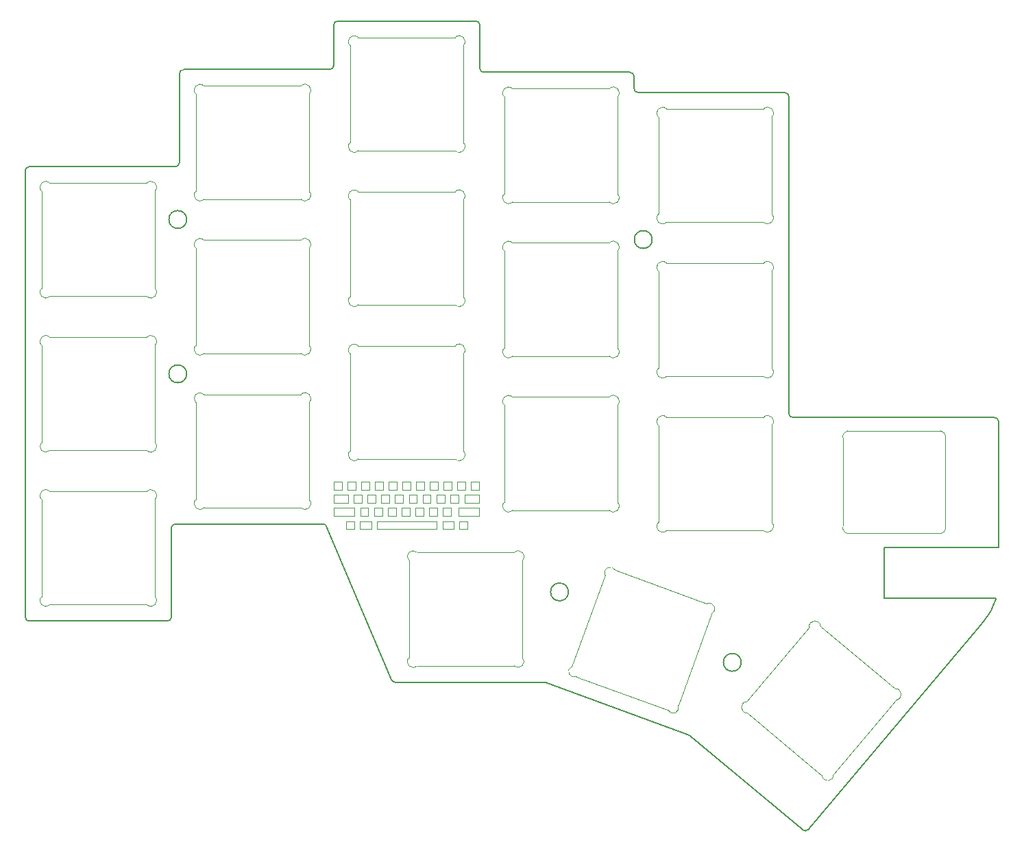
<source format=gko>
%TF.GenerationSoftware,KiCad,Pcbnew,7.0.9*%
%TF.CreationDate,2024-05-22T11:54:59+05:30*%
%TF.ProjectId,UniFi - Plate,556e6946-6920-42d2-9050-6c6174652e6b,rev?*%
%TF.SameCoordinates,Original*%
%TF.FileFunction,Profile,NP*%
%FSLAX46Y46*%
G04 Gerber Fmt 4.6, Leading zero omitted, Abs format (unit mm)*
G04 Created by KiCad (PCBNEW 7.0.9) date 2024-05-22 11:54:59*
%MOMM*%
%LPD*%
G01*
G04 APERTURE LIST*
%TA.AperFunction,Profile*%
%ADD10C,0.100000*%
%TD*%
%TA.AperFunction,Profile*%
%ADD11C,0.200000*%
%TD*%
G04 APERTURE END LIST*
D10*
X104250000Y-108050000D02*
X105250000Y-108050000D01*
X105250000Y-109050000D01*
X104250000Y-109050000D01*
X104250000Y-108050000D01*
X105950000Y-108050000D02*
X106950000Y-108050000D01*
X106950000Y-109050000D01*
X105950000Y-109050000D01*
X105950000Y-108050000D01*
D11*
X138853554Y-56335046D02*
G75*
G03*
X138353553Y-55835046I-499954J46D01*
G01*
X119803553Y-55335046D02*
X119803553Y-49996447D01*
X145902719Y-137886080D02*
G75*
G03*
X145439608Y-137644995I-1146919J-1637820D01*
G01*
D10*
X107100000Y-111300000D02*
X114500000Y-111300000D01*
X114500000Y-112300000D01*
X107100000Y-112300000D01*
X107100000Y-111300000D01*
D11*
X127391965Y-131196447D02*
X118064444Y-131196447D01*
X119803553Y-49996447D02*
G75*
G03*
X119303553Y-49496447I-499953J47D01*
G01*
D10*
X115200000Y-111300000D02*
X116600000Y-111300000D01*
X116600000Y-112300000D01*
X115200000Y-112300000D01*
X115200000Y-111300000D01*
X117950000Y-108050000D02*
X119750000Y-108050000D01*
X119750000Y-109050000D01*
X117950000Y-109050000D01*
X117950000Y-108050000D01*
X117150000Y-109650000D02*
X119750000Y-109650000D01*
X119750000Y-110650000D01*
X117150000Y-110650000D01*
X117150000Y-109650000D01*
X112750000Y-108050000D02*
X113750000Y-108050000D01*
X113750000Y-109050000D01*
X112750000Y-109050000D01*
X112750000Y-108050000D01*
D11*
X158000000Y-98000000D02*
G75*
G03*
X158500000Y-98500000I500000J0D01*
G01*
X83203553Y-55496447D02*
X91728553Y-55496447D01*
X119803555Y-55335046D02*
G75*
G03*
X120303552Y-55835045I500045J46D01*
G01*
D10*
X101750000Y-106450000D02*
X102750000Y-106450000D01*
X102750000Y-107450000D01*
X101750000Y-107450000D01*
X101750000Y-106450000D01*
D11*
X101253554Y-55496454D02*
G75*
G03*
X101753554Y-54996447I-154J500154D01*
G01*
D10*
X117050000Y-106450000D02*
X118050000Y-106450000D01*
X118050000Y-107450000D01*
X117050000Y-107450000D01*
X117050000Y-106450000D01*
D11*
X108910225Y-130891561D02*
X100882773Y-111951332D01*
X83600000Y-74025000D02*
G75*
G03*
X83600000Y-74025000I-1100000J0D01*
G01*
X91728553Y-111646446D02*
X82203553Y-111646446D01*
D10*
X111950000Y-106450000D02*
X112950000Y-106450000D01*
X112950000Y-107450000D01*
X111950000Y-107450000D01*
X111950000Y-106450000D01*
D11*
X148971433Y-58350000D02*
X157496433Y-58350000D01*
X183900000Y-105900000D02*
X183900000Y-114550000D01*
X129828553Y-55835046D02*
X138353553Y-55835046D01*
X181674447Y-124137024D02*
X181989419Y-123782099D01*
D10*
X114450000Y-108050000D02*
X115450000Y-108050000D01*
X115450000Y-109050000D01*
X114450000Y-109050000D01*
X114450000Y-108050000D01*
D11*
X110778553Y-49496447D02*
X119303553Y-49496447D01*
X139353553Y-58335046D02*
X148971433Y-58350000D01*
D10*
X101750000Y-108050000D02*
X103550000Y-108050000D01*
X103550000Y-109050000D01*
X101750000Y-109050000D01*
X101750000Y-108050000D01*
D11*
X83203553Y-55496453D02*
G75*
G03*
X82703553Y-55996447I-153J-499847D01*
G01*
X108910212Y-130891566D02*
G75*
G03*
X109370584Y-131196447I460388J195166D01*
G01*
D10*
X108550000Y-106450000D02*
X109550000Y-106450000D01*
X109550000Y-107450000D01*
X108550000Y-107450000D01*
X108550000Y-106450000D01*
D11*
X127909601Y-131264601D02*
G75*
G03*
X127391965Y-131196447I-517601J-1931399D01*
G01*
X102253553Y-49496447D02*
X110778553Y-49496447D01*
X82703553Y-66996447D02*
X82703553Y-55996447D01*
X183900000Y-105900000D02*
X183900000Y-99000000D01*
X130750000Y-120050000D02*
G75*
G03*
X130750000Y-120050000I-1100000J0D01*
G01*
D10*
X113650000Y-106450000D02*
X114650000Y-106450000D01*
X114650000Y-107450000D01*
X113650000Y-107450000D01*
X113650000Y-106450000D01*
D11*
X169800000Y-120850000D02*
X169800000Y-114550000D01*
D10*
X105150000Y-106450000D02*
X106150000Y-106450000D01*
X106150000Y-107450000D01*
X105150000Y-107450000D01*
X105150000Y-106450000D01*
X113550000Y-109650000D02*
X114550000Y-109650000D01*
X114550000Y-110650000D01*
X113550000Y-110650000D01*
X113550000Y-109650000D01*
D11*
X72678553Y-123646447D02*
X64153553Y-123646447D01*
D10*
X111850000Y-109650000D02*
X112850000Y-109650000D01*
X112850000Y-110650000D01*
X111850000Y-110650000D01*
X111850000Y-109650000D01*
X101750000Y-109650000D02*
X104350000Y-109650000D01*
X104350000Y-110650000D01*
X101750000Y-110650000D01*
X101750000Y-109650000D01*
D11*
X83600000Y-93100000D02*
G75*
G03*
X83600000Y-93100000I-1100000J0D01*
G01*
D10*
X106750000Y-109650000D02*
X107750000Y-109650000D01*
X107750000Y-110650000D01*
X106750000Y-110650000D01*
X106750000Y-109650000D01*
D11*
X152100000Y-128750000D02*
G75*
G03*
X152100000Y-128750000I-1100000J0D01*
G01*
X183900000Y-99000000D02*
G75*
G03*
X183400000Y-98500000I-500000J0D01*
G01*
D10*
X105000000Y-111300000D02*
X106400000Y-111300000D01*
X106400000Y-112300000D01*
X105000000Y-112300000D01*
X105000000Y-111300000D01*
D11*
X169800000Y-120850000D02*
X183600000Y-120850000D01*
X82203553Y-67496452D02*
G75*
G03*
X82703552Y-66996448I47J499952D01*
G01*
X81203554Y-123646454D02*
G75*
G03*
X81703554Y-123146447I-154J500154D01*
G01*
X141100000Y-76503600D02*
G75*
G03*
X141100000Y-76503600I-1100000J0D01*
G01*
X63653553Y-123146447D02*
X63653553Y-67996448D01*
X183400000Y-98500000D02*
X158500000Y-98500000D01*
D10*
X118750000Y-106450000D02*
X119750000Y-106450000D01*
X119750000Y-107450000D01*
X118750000Y-107450000D01*
X118750000Y-106450000D01*
D11*
X181991907Y-123784247D02*
G75*
G03*
X183590708Y-120847284I-5955107J5145447D01*
G01*
X64153553Y-67496447D02*
X72678553Y-67496447D01*
D10*
X115350000Y-106450000D02*
X116350000Y-106450000D01*
X116350000Y-107450000D01*
X115350000Y-107450000D01*
X115350000Y-106450000D01*
D11*
X120303553Y-55835046D02*
X129828553Y-55835046D01*
D10*
X107650000Y-108050000D02*
X108650000Y-108050000D01*
X108650000Y-109050000D01*
X107650000Y-109050000D01*
X107650000Y-108050000D01*
X110150000Y-109650000D02*
X111150000Y-109650000D01*
X111150000Y-110650000D01*
X110150000Y-110650000D01*
X110150000Y-109650000D01*
D11*
X91728553Y-55496447D02*
X101253554Y-55496447D01*
X183900000Y-114550000D02*
X169800000Y-114550000D01*
D10*
X105050000Y-109650000D02*
X106050000Y-109650000D01*
X106050000Y-110650000D01*
X105050000Y-110650000D01*
X105050000Y-109650000D01*
D11*
X159685028Y-149454925D02*
X159500000Y-149300000D01*
D10*
X103450000Y-106450000D02*
X104450000Y-106450000D01*
X104450000Y-107450000D01*
X103450000Y-107450000D01*
X103450000Y-106450000D01*
D11*
X82203553Y-111646454D02*
G75*
G03*
X81703554Y-112146447I-153J-499846D01*
G01*
D10*
X109350000Y-108050000D02*
X110350000Y-108050000D01*
X110350000Y-109050000D01*
X109350000Y-109050000D01*
X109350000Y-108050000D01*
X108450000Y-109650000D02*
X109450000Y-109650000D01*
X109450000Y-110650000D01*
X108450000Y-110650000D01*
X108450000Y-109650000D01*
D11*
X138853554Y-57835046D02*
G75*
G03*
X139353553Y-58335046I500046J46D01*
G01*
D10*
X106850000Y-106450000D02*
X107850000Y-106450000D01*
X107850000Y-107450000D01*
X106850000Y-107450000D01*
X106850000Y-106450000D01*
D11*
X100882791Y-111951325D02*
G75*
G03*
X100422413Y-111646447I-460391J-195175D01*
G01*
X181674447Y-124137024D02*
X160389445Y-149393296D01*
X81703554Y-112146446D02*
X81703554Y-123146447D01*
X157996433Y-58853567D02*
G75*
G03*
X157496433Y-58353567I-499933J67D01*
G01*
X101753553Y-54996447D02*
X101753553Y-49996447D01*
D10*
X117300000Y-111300000D02*
X118300000Y-111300000D01*
X118300000Y-112300000D01*
X117300000Y-112300000D01*
X117300000Y-111300000D01*
X110250000Y-106450000D02*
X111250000Y-106450000D01*
X111250000Y-107450000D01*
X110250000Y-107450000D01*
X110250000Y-106450000D01*
D11*
X118064444Y-131196447D02*
X109370584Y-131196447D01*
X81203554Y-123646447D02*
X72678553Y-123646447D01*
D10*
X111050000Y-108050000D02*
X112050000Y-108050000D01*
X112050000Y-109050000D01*
X111050000Y-109050000D01*
X111050000Y-108050000D01*
X116150000Y-108050000D02*
X117150000Y-108050000D01*
X117150000Y-109050000D01*
X116150000Y-109050000D01*
X116150000Y-108050000D01*
D11*
X157996433Y-58853567D02*
X158000000Y-98000000D01*
X159685009Y-149454948D02*
G75*
G03*
X160389444Y-149393295I321391J383048D01*
G01*
X72678553Y-67496447D02*
X82203553Y-67496447D01*
X64153553Y-67496353D02*
G75*
G03*
X63653553Y-67996447I47J-500047D01*
G01*
X145439608Y-137644995D02*
X127909603Y-131264595D01*
D10*
X103300000Y-111300000D02*
X104300000Y-111300000D01*
X104300000Y-112300000D01*
X103300000Y-112300000D01*
X103300000Y-111300000D01*
D11*
X159500000Y-149300000D02*
X145902721Y-137886077D01*
X63653553Y-123146447D02*
G75*
G03*
X64153553Y-123646447I500047J47D01*
G01*
X138853553Y-56335046D02*
X138853553Y-57835046D01*
D10*
X115250000Y-109650000D02*
X116250000Y-109650000D01*
X116250000Y-110650000D01*
X115250000Y-110650000D01*
X115250000Y-109650000D01*
D11*
X100422414Y-111646446D02*
X91728553Y-111646446D01*
X102253553Y-49496453D02*
G75*
G03*
X101753553Y-49996447I-153J-499847D01*
G01*
D10*
%TO.C,REF\u002A\u002A*%
X141878600Y-111460000D02*
X141878600Y-99460000D01*
X142878600Y-98460000D02*
X154878600Y-98460000D01*
X154878600Y-112460000D02*
X142878600Y-112460000D01*
X155878600Y-99460000D02*
X155878600Y-111460000D01*
X142878599Y-98460001D02*
G75*
G03*
X141878601Y-99459999I-499999J-499999D01*
G01*
X141878601Y-111460001D02*
G75*
G03*
X142878599Y-112459999I499999J-499999D01*
G01*
X155878599Y-99459999D02*
G75*
G03*
X154878601Y-98460001I-499999J499999D01*
G01*
X154878601Y-112459999D02*
G75*
G03*
X155878599Y-111460001I499999J499999D01*
G01*
X103778600Y-102621400D02*
X103778600Y-90621400D01*
X104778600Y-89621400D02*
X116778600Y-89621400D01*
X116778600Y-103621400D02*
X104778600Y-103621400D01*
X117778600Y-90621400D02*
X117778600Y-102621400D01*
X104778599Y-89621401D02*
G75*
G03*
X103778601Y-90621399I-499999J-499999D01*
G01*
X103778601Y-102621401D02*
G75*
G03*
X104778599Y-103621399I499999J-499999D01*
G01*
X117778599Y-90621399D02*
G75*
G03*
X116778601Y-89621401I-499999J499999D01*
G01*
X116778601Y-103621399D02*
G75*
G03*
X117778599Y-102621401I499999J499999D01*
G01*
X111064600Y-128171400D02*
X111064600Y-116171400D01*
X112064600Y-115171400D02*
X124064600Y-115171400D01*
X124064600Y-129171400D02*
X112064600Y-129171400D01*
X125064600Y-116171400D02*
X125064600Y-128171400D01*
X112064599Y-115171401D02*
G75*
G03*
X111064601Y-116171399I-499999J-499999D01*
G01*
X111064601Y-128171401D02*
G75*
G03*
X112064599Y-129171399I499999J-499999D01*
G01*
X125064599Y-116171399D02*
G75*
G03*
X124064601Y-115171401I-499999J499999D01*
G01*
X124064601Y-129171399D02*
G75*
G03*
X125064599Y-128171401I499999J499999D01*
G01*
X103778600Y-64521400D02*
X103778600Y-52521400D01*
X104778600Y-51521400D02*
X116778600Y-51521400D01*
X116778600Y-65521400D02*
X104778600Y-65521400D01*
X117778600Y-52521400D02*
X117778600Y-64521400D01*
X104778599Y-51521401D02*
G75*
G03*
X103778601Y-52521399I-499999J-499999D01*
G01*
X103778601Y-64521401D02*
G75*
G03*
X104778599Y-65521399I499999J-499999D01*
G01*
X117778599Y-52521399D02*
G75*
G03*
X116778601Y-51521401I-499999J499999D01*
G01*
X116778601Y-65521399D02*
G75*
G03*
X117778599Y-64521401I499999J499999D01*
G01*
X141878600Y-73360000D02*
X141878600Y-61360000D01*
X142878600Y-60360000D02*
X154878600Y-60360000D01*
X154878600Y-74360000D02*
X142878600Y-74360000D01*
X155878600Y-61360000D02*
X155878600Y-73360000D01*
X142878599Y-60360001D02*
G75*
G03*
X141878601Y-61359999I-499999J-499999D01*
G01*
X141878601Y-73360001D02*
G75*
G03*
X142878599Y-74359999I499999J-499999D01*
G01*
X155878599Y-61359999D02*
G75*
G03*
X154878601Y-60360001I-499999J499999D01*
G01*
X154878601Y-74359999D02*
G75*
G03*
X155878599Y-73360001I499999J499999D01*
G01*
X122828600Y-70860000D02*
X122828600Y-58860000D01*
X123828600Y-57860000D02*
X135828600Y-57860000D01*
X135828600Y-71860000D02*
X123828600Y-71860000D01*
X136828600Y-58860000D02*
X136828600Y-70860000D01*
X123828599Y-57860001D02*
G75*
G03*
X122828601Y-58859999I-499999J-499999D01*
G01*
X122828601Y-70860001D02*
G75*
G03*
X123828599Y-71859999I499999J-499999D01*
G01*
X136828599Y-58859999D02*
G75*
G03*
X135828601Y-57860001I-499999J499999D01*
G01*
X135828601Y-71859999D02*
G75*
G03*
X136828599Y-70860001I499999J499999D01*
G01*
X141878600Y-92410000D02*
X141878600Y-80410000D01*
X142878600Y-79410000D02*
X154878600Y-79410000D01*
X154878600Y-93410000D02*
X142878600Y-93410000D01*
X155878600Y-80410000D02*
X155878600Y-92410000D01*
X142878599Y-79410001D02*
G75*
G03*
X141878601Y-80409999I-499999J-499999D01*
G01*
X141878601Y-92410001D02*
G75*
G03*
X142878599Y-93409999I499999J-499999D01*
G01*
X155878599Y-80409999D02*
G75*
G03*
X154878601Y-79410001I-499999J499999D01*
G01*
X154878601Y-93409999D02*
G75*
G03*
X155878599Y-92410001I499999J499999D01*
G01*
X161903247Y-124280963D02*
X171095780Y-131994415D01*
X171219037Y-133403247D02*
X163505585Y-142595780D01*
X152780963Y-133596753D02*
X160494415Y-124404220D01*
X162096753Y-142719037D02*
X152904220Y-135005585D01*
X171219037Y-133403246D02*
G75*
G03*
X171095780Y-131994416I-61629J704415D01*
G01*
X161903246Y-124280963D02*
G75*
G03*
X160494416Y-124404220I-704415J-61629D01*
G01*
X162096754Y-142719037D02*
G75*
G03*
X163505584Y-142595780I704415J61629D01*
G01*
X152780963Y-133596754D02*
G75*
G03*
X152904220Y-135005584I61629J-704415D01*
G01*
X122828600Y-89910000D02*
X122828600Y-77910000D01*
X123828600Y-76910000D02*
X135828600Y-76910000D01*
X135828600Y-90910000D02*
X123828600Y-90910000D01*
X136828600Y-77910000D02*
X136828600Y-89910000D01*
X123828599Y-76910001D02*
G75*
G03*
X122828601Y-77909999I-499999J-499999D01*
G01*
X122828601Y-89910001D02*
G75*
G03*
X123828599Y-90909999I499999J-499999D01*
G01*
X136828599Y-77909999D02*
G75*
G03*
X135828601Y-76910001I-499999J499999D01*
G01*
X135828601Y-90909999D02*
G75*
G03*
X136828599Y-89910001I499999J499999D01*
G01*
X65678600Y-101571400D02*
X65678600Y-89571400D01*
X66678600Y-88571400D02*
X78678600Y-88571400D01*
X78678600Y-102571400D02*
X66678600Y-102571400D01*
X79678600Y-89571400D02*
X79678600Y-101571400D01*
X66678599Y-88571401D02*
G75*
G03*
X65678601Y-89571399I-499999J-499999D01*
G01*
X65678601Y-101571401D02*
G75*
G03*
X66678599Y-102571399I499999J-499999D01*
G01*
X79678599Y-89571399D02*
G75*
G03*
X78678601Y-88571401I-499999J499999D01*
G01*
X78678601Y-102571399D02*
G75*
G03*
X79678599Y-101571401I499999J499999D01*
G01*
X131170031Y-129244015D02*
X135274273Y-117967703D01*
X136555985Y-117370031D02*
X147832297Y-121474273D01*
X143044015Y-134629969D02*
X131767703Y-130525727D01*
X148429969Y-122755985D02*
X144325727Y-134032297D01*
X136555985Y-117370031D02*
G75*
G03*
X135274273Y-117967703I-640856J-298836D01*
G01*
X131170031Y-129244015D02*
G75*
G03*
X131767703Y-130525727I298836J-640856D01*
G01*
X148429969Y-122755985D02*
G75*
G03*
X147832297Y-121474273I-298836J640856D01*
G01*
X143044015Y-134629969D02*
G75*
G03*
X144325727Y-134032297I640856J298836D01*
G01*
X164700000Y-111800000D02*
X164700000Y-101200000D01*
X165700000Y-100200000D02*
X176300000Y-100200000D01*
X176300000Y-112800000D02*
X165700000Y-112800000D01*
X177300000Y-101200000D02*
X177300000Y-111800000D01*
X165700000Y-100200001D02*
G75*
G03*
X164700001Y-101200000I-299999J-700000D01*
G01*
X164700001Y-111800000D02*
G75*
G03*
X165700000Y-112799999I700000J-299999D01*
G01*
X177300000Y-101200000D02*
G75*
G03*
X176300000Y-100200000I-700000J300000D01*
G01*
X176300000Y-112800000D02*
G75*
G03*
X177300000Y-111800000I300000J700000D01*
G01*
X84728600Y-89571400D02*
X84728600Y-77571400D01*
X85728600Y-76571400D02*
X97728600Y-76571400D01*
X97728600Y-90571400D02*
X85728600Y-90571400D01*
X98728600Y-77571400D02*
X98728600Y-89571400D01*
X85728599Y-76571401D02*
G75*
G03*
X84728601Y-77571399I-499999J-499999D01*
G01*
X84728601Y-89571401D02*
G75*
G03*
X85728599Y-90571399I499999J-499999D01*
G01*
X98728599Y-77571399D02*
G75*
G03*
X97728601Y-76571401I-499999J499999D01*
G01*
X97728601Y-90571399D02*
G75*
G03*
X98728599Y-89571401I499999J499999D01*
G01*
X84728600Y-70521400D02*
X84728600Y-58521400D01*
X85728600Y-57521400D02*
X97728600Y-57521400D01*
X97728600Y-71521400D02*
X85728600Y-71521400D01*
X98728600Y-58521400D02*
X98728600Y-70521400D01*
X85728599Y-57521401D02*
G75*
G03*
X84728601Y-58521399I-499999J-499999D01*
G01*
X84728601Y-70521401D02*
G75*
G03*
X85728599Y-71521399I499999J-499999D01*
G01*
X98728599Y-58521399D02*
G75*
G03*
X97728601Y-57521401I-499999J499999D01*
G01*
X97728601Y-71521399D02*
G75*
G03*
X98728599Y-70521401I499999J499999D01*
G01*
X65678600Y-82521400D02*
X65678600Y-70521400D01*
X66678600Y-69521400D02*
X78678600Y-69521400D01*
X78678600Y-83521400D02*
X66678600Y-83521400D01*
X79678600Y-70521400D02*
X79678600Y-82521400D01*
X66678599Y-69521401D02*
G75*
G03*
X65678601Y-70521399I-499999J-499999D01*
G01*
X65678601Y-82521401D02*
G75*
G03*
X66678599Y-83521399I499999J-499999D01*
G01*
X79678599Y-70521399D02*
G75*
G03*
X78678601Y-69521401I-499999J499999D01*
G01*
X78678601Y-83521399D02*
G75*
G03*
X79678599Y-82521401I499999J499999D01*
G01*
X65678600Y-120621400D02*
X65678600Y-108621400D01*
X66678600Y-107621400D02*
X78678600Y-107621400D01*
X78678600Y-121621400D02*
X66678600Y-121621400D01*
X79678600Y-108621400D02*
X79678600Y-120621400D01*
X66678599Y-107621401D02*
G75*
G03*
X65678601Y-108621399I-499999J-499999D01*
G01*
X65678601Y-120621401D02*
G75*
G03*
X66678599Y-121621399I499999J-499999D01*
G01*
X79678599Y-108621399D02*
G75*
G03*
X78678601Y-107621401I-499999J499999D01*
G01*
X78678601Y-121621399D02*
G75*
G03*
X79678599Y-120621401I499999J499999D01*
G01*
X103778600Y-83571400D02*
X103778600Y-71571400D01*
X104778600Y-70571400D02*
X116778600Y-70571400D01*
X116778600Y-84571400D02*
X104778600Y-84571400D01*
X117778600Y-71571400D02*
X117778600Y-83571400D01*
X104778599Y-70571401D02*
G75*
G03*
X103778601Y-71571399I-499999J-499999D01*
G01*
X103778601Y-83571401D02*
G75*
G03*
X104778599Y-84571399I499999J-499999D01*
G01*
X117778599Y-71571399D02*
G75*
G03*
X116778601Y-70571401I-499999J499999D01*
G01*
X116778601Y-84571399D02*
G75*
G03*
X117778599Y-83571401I499999J499999D01*
G01*
X84728600Y-108631400D02*
X84728600Y-96631400D01*
X85728600Y-95631400D02*
X97728600Y-95631400D01*
X97728600Y-109631400D02*
X85728600Y-109631400D01*
X98728600Y-96631400D02*
X98728600Y-108631400D01*
X85728599Y-95631401D02*
G75*
G03*
X84728601Y-96631399I-499999J-499999D01*
G01*
X84728601Y-108631401D02*
G75*
G03*
X85728599Y-109631399I499999J-499999D01*
G01*
X98728599Y-96631399D02*
G75*
G03*
X97728601Y-95631401I-499999J499999D01*
G01*
X97728601Y-109631399D02*
G75*
G03*
X98728599Y-108631401I499999J499999D01*
G01*
X122828600Y-108960000D02*
X122828600Y-96960000D01*
X123828600Y-95960000D02*
X135828600Y-95960000D01*
X135828600Y-109960000D02*
X123828600Y-109960000D01*
X136828600Y-96960000D02*
X136828600Y-108960000D01*
X123828599Y-95960001D02*
G75*
G03*
X122828601Y-96959999I-499999J-499999D01*
G01*
X122828601Y-108960001D02*
G75*
G03*
X123828599Y-109959999I499999J-499999D01*
G01*
X136828599Y-96959999D02*
G75*
G03*
X135828601Y-95960001I-499999J499999D01*
G01*
X135828601Y-109959999D02*
G75*
G03*
X136828599Y-108960001I499999J499999D01*
G01*
%TD*%
M02*

</source>
